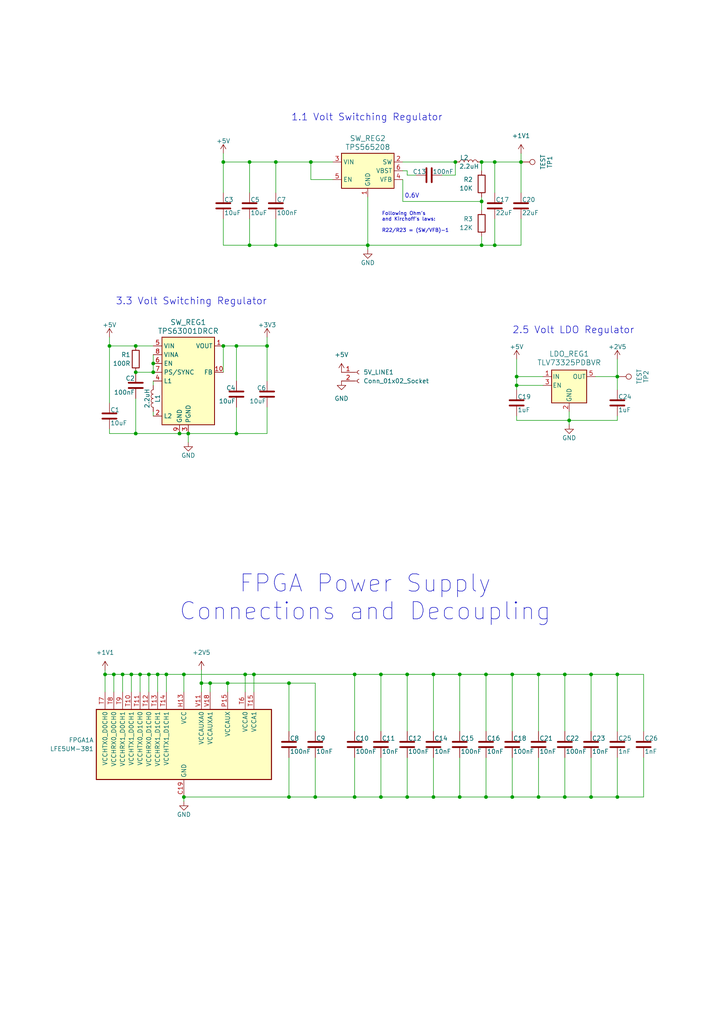
<source format=kicad_sch>
(kicad_sch (version 20231120) (generator "eeschema") (generator_version "8.0")
  (paper "A4" portrait)
  (junction (at 118.11 231.14))
  (junction (at 125.73 231.14))
  (junction (at 148.59 231.14))
  (junction (at 44.45 107.95))
  (junction (at 64.77 46.99))
  (junction (at 80.01 71.12))
  (junction (at 30.48 195.58))
  (junction (at 43.18 195.58))
  (junction (at 140.97 231.14))
  (junction (at 73.66 195.58))
  (junction (at 83.82 198.12))
  (junction (at 179.07 195.58))
  (junction (at 125.73 195.58))
  (junction (at 39.37 125.73))
  (junction (at 72.39 46.99))
  (junction (at 68.58 100.33))
  (junction (at 77.47 100.33))
  (junction (at 110.49 195.58))
  (junction (at 90.17 46.99))
  (junction (at 118.11 195.58))
  (junction (at 68.58 125.73))
  (junction (at 139.7 71.12))
  (junction (at 163.83 195.58))
  (junction (at 38.1 195.58))
  (junction (at 143.51 46.99))
  (junction (at 60.96 198.12))
  (junction (at 35.56 195.58))
  (junction (at 102.87 231.14))
  (junction (at 72.39 71.12))
  (junction (at 110.49 231.14))
  (junction (at 156.21 231.14))
  (junction (at 45.72 195.58))
  (junction (at 44.45 105.41))
  (junction (at 149.86 111.76))
  (junction (at 39.37 100.33))
  (junction (at 53.34 231.14))
  (junction (at 31.75 100.33))
  (junction (at 148.59 195.58))
  (junction (at 139.7 46.99))
  (junction (at 40.64 195.58))
  (junction (at 132.08 46.99))
  (junction (at 156.21 195.58))
  (junction (at 54.61 125.73))
  (junction (at 52.07 125.73))
  (junction (at 171.45 231.14))
  (junction (at 71.12 195.58))
  (junction (at 165.1 121.92))
  (junction (at 102.87 195.58))
  (junction (at 91.44 231.14))
  (junction (at 33.02 195.58))
  (junction (at 83.82 231.14))
  (junction (at 64.77 100.33))
  (junction (at 58.42 198.12))
  (junction (at 48.26 195.58))
  (junction (at 179.07 109.22))
  (junction (at 163.83 231.14))
  (junction (at 66.04 198.12))
  (junction (at 53.34 195.58))
  (junction (at 80.01 46.99))
  (junction (at 143.51 71.12))
  (junction (at 106.68 71.12))
  (junction (at 179.07 231.14))
  (junction (at 139.7 58.42))
  (junction (at 151.13 46.99))
  (junction (at 149.86 109.22))
  (junction (at 133.35 195.58))
  (junction (at 39.37 107.95))
  (junction (at 140.97 195.58))
  (junction (at 171.45 195.58))
  (junction (at 133.35 231.14))
  (wire (pts (xy 68.58 125.73) (xy 77.47 125.73)))
  (wire (pts (xy 66.04 198.12) (xy 60.96 198.12)))
  (wire (pts (xy 33.02 195.58) (xy 35.56 195.58)))
  (wire (pts (xy 171.45 219.71) (xy 171.45 231.14)))
  (wire (pts (xy 90.17 52.07) (xy 96.52 52.07)))
  (wire (pts (xy 171.45 195.58) (xy 179.07 195.58)))
  (wire (pts (xy 128.27 50.8) (xy 132.08 50.8)))
  (wire (pts (xy 66.04 198.12) (xy 83.82 198.12)))
  (wire (pts (xy 118.11 231.14) (xy 125.73 231.14)))
  (wire (pts (xy 72.39 46.99) (xy 72.39 55.88)))
  (wire (pts (xy 77.47 97.79) (xy 77.47 100.33)))
  (wire (pts (xy 139.7 68.58) (xy 139.7 71.12)))
  (wire (pts (xy 110.49 195.58) (xy 118.11 195.58)))
  (wire (pts (xy 140.97 231.14) (xy 148.59 231.14)))
  (wire (pts (xy 118.11 219.71) (xy 118.11 231.14)))
  (wire (pts (xy 68.58 100.33) (xy 68.58 110.49)))
  (wire (pts (xy 71.12 195.58) (xy 71.12 200.66)))
  (wire (pts (xy 48.26 195.58) (xy 48.26 200.66)))
  (wire (pts (xy 148.59 231.14) (xy 156.21 231.14)))
  (wire (pts (xy 102.87 195.58) (xy 110.49 195.58)))
  (wire (pts (xy 151.13 71.12) (xy 143.51 71.12)))
  (wire (pts (xy 102.87 231.14) (xy 110.49 231.14)))
  (wire (pts (xy 133.35 195.58) (xy 140.97 195.58)))
  (wire (pts (xy 68.58 118.11) (xy 68.58 125.73)))
  (wire (pts (xy 143.51 46.99) (xy 143.51 55.88)))
  (wire (pts (xy 44.45 105.41) (xy 44.45 107.95)))
  (wire (pts (xy 106.68 57.15) (xy 106.68 71.12)))
  (wire (pts (xy 116.84 46.99) (xy 132.08 46.99)))
  (wire (pts (xy 38.1 195.58) (xy 38.1 200.66)))
  (wire (pts (xy 80.01 63.5) (xy 80.01 71.12)))
  (wire (pts (xy 156.21 231.14) (xy 163.83 231.14)))
  (wire (pts (xy 165.1 121.92) (xy 179.07 121.92)))
  (wire (pts (xy 106.68 71.12) (xy 139.7 71.12)))
  (wire (pts (xy 151.13 63.5) (xy 151.13 71.12)))
  (wire (pts (xy 133.35 195.58) (xy 133.35 212.09)))
  (wire (pts (xy 186.69 212.09) (xy 186.69 195.58)))
  (wire (pts (xy 163.83 219.71) (xy 163.83 231.14)))
  (wire (pts (xy 102.87 195.58) (xy 102.87 212.09)))
  (wire (pts (xy 139.7 46.99) (xy 139.7 49.53)))
  (wire (pts (xy 83.82 219.71) (xy 83.82 231.14)))
  (wire (pts (xy 64.77 46.99) (xy 64.77 55.88)))
  (wire (pts (xy 64.77 100.33) (xy 64.77 107.95)))
  (wire (pts (xy 151.13 46.99) (xy 151.13 55.88)))
  (wire (pts (xy 139.7 58.42) (xy 139.7 60.96)))
  (wire (pts (xy 163.83 195.58) (xy 163.83 212.09)))
  (wire (pts (xy 140.97 195.58) (xy 148.59 195.58)))
  (wire (pts (xy 148.59 195.58) (xy 156.21 195.58)))
  (wire (pts (xy 77.47 100.33) (xy 77.47 110.49)))
  (wire (pts (xy 30.48 194.31) (xy 30.48 195.58)))
  (wire (pts (xy 156.21 195.58) (xy 163.83 195.58)))
  (wire (pts (xy 171.45 231.14) (xy 179.07 231.14)))
  (wire (pts (xy 44.45 119.38) (xy 44.45 120.65)))
  (wire (pts (xy 45.72 195.58) (xy 48.26 195.58)))
  (wire (pts (xy 179.07 219.71) (xy 179.07 231.14)))
  (wire (pts (xy 186.69 231.14) (xy 186.69 219.71)))
  (wire (pts (xy 125.73 231.14) (xy 133.35 231.14)))
  (wire (pts (xy 31.75 100.33) (xy 31.75 116.84)))
  (wire (pts (xy 52.07 125.73) (xy 54.61 125.73)))
  (wire (pts (xy 102.87 219.71) (xy 102.87 231.14)))
  (wire (pts (xy 149.86 121.92) (xy 165.1 121.92)))
  (wire (pts (xy 83.82 198.12) (xy 91.44 198.12)))
  (wire (pts (xy 53.34 200.66) (xy 53.34 195.58)))
  (wire (pts (xy 44.45 102.87) (xy 44.45 105.41)))
  (wire (pts (xy 31.75 97.79) (xy 31.75 100.33)))
  (wire (pts (xy 172.72 109.22) (xy 179.07 109.22)))
  (wire (pts (xy 110.49 231.14) (xy 118.11 231.14)))
  (wire (pts (xy 118.11 49.53) (xy 116.84 49.53)))
  (wire (pts (xy 132.08 50.8) (xy 132.08 46.99)))
  (wire (pts (xy 39.37 125.73) (xy 52.07 125.73)))
  (wire (pts (xy 44.45 111.76) (xy 44.45 110.49)))
  (wire (pts (xy 140.97 219.71) (xy 140.97 231.14)))
  (wire (pts (xy 39.37 100.33) (xy 44.45 100.33)))
  (wire (pts (xy 64.77 63.5) (xy 64.77 71.12)))
  (wire (pts (xy 39.37 107.95) (xy 44.45 107.95)))
  (wire (pts (xy 72.39 63.5) (xy 72.39 71.12)))
  (wire (pts (xy 125.73 195.58) (xy 133.35 195.58)))
  (wire (pts (xy 143.51 63.5) (xy 143.51 71.12)))
  (wire (pts (xy 179.07 109.22) (xy 179.07 113.03)))
  (wire (pts (xy 40.64 195.58) (xy 43.18 195.58)))
  (wire (pts (xy 43.18 195.58) (xy 45.72 195.58)))
  (wire (pts (xy 39.37 115.57) (xy 39.37 125.73)))
  (wire (pts (xy 31.75 125.73) (xy 39.37 125.73)))
  (wire (pts (xy 31.75 100.33) (xy 39.37 100.33)))
  (wire (pts (xy 64.77 71.12) (xy 72.39 71.12)))
  (wire (pts (xy 58.42 198.12) (xy 58.42 200.66)))
  (wire (pts (xy 116.84 58.42) (xy 139.7 58.42)))
  (wire (pts (xy 91.44 231.14) (xy 102.87 231.14)))
  (wire (pts (xy 110.49 195.58) (xy 110.49 212.09)))
  (wire (pts (xy 91.44 219.71) (xy 91.44 231.14)))
  (wire (pts (xy 66.04 200.66) (xy 66.04 198.12)))
  (wire (pts (xy 30.48 195.58) (xy 33.02 195.58)))
  (wire (pts (xy 83.82 198.12) (xy 83.82 212.09)))
  (wire (pts (xy 83.82 231.14) (xy 91.44 231.14)))
  (wire (pts (xy 139.7 57.15) (xy 139.7 58.42)))
  (wire (pts (xy 53.34 232.41) (xy 53.34 231.14)))
  (wire (pts (xy 35.56 195.58) (xy 35.56 200.66)))
  (wire (pts (xy 133.35 219.71) (xy 133.35 231.14)))
  (wire (pts (xy 118.11 50.8) (xy 118.11 49.53)))
  (wire (pts (xy 149.86 109.22) (xy 149.86 111.76)))
  (wire (pts (xy 73.66 195.58) (xy 102.87 195.58)))
  (wire (pts (xy 179.07 231.14) (xy 186.69 231.14)))
  (wire (pts (xy 90.17 46.99) (xy 96.52 46.99)))
  (wire (pts (xy 71.12 195.58) (xy 73.66 195.58)))
  (wire (pts (xy 60.96 198.12) (xy 58.42 198.12)))
  (wire (pts (xy 118.11 50.8) (xy 120.65 50.8)))
  (wire (pts (xy 118.11 195.58) (xy 125.73 195.58)))
  (wire (pts (xy 125.73 195.58) (xy 125.73 212.09)))
  (wire (pts (xy 54.61 125.73) (xy 54.61 128.27)))
  (wire (pts (xy 148.59 219.71) (xy 148.59 231.14)))
  (wire (pts (xy 80.01 46.99) (xy 80.01 55.88)))
  (wire (pts (xy 58.42 194.31) (xy 58.42 198.12)))
  (wire (pts (xy 72.39 46.99) (xy 80.01 46.99)))
  (wire (pts (xy 48.26 195.58) (xy 53.34 195.58)))
  (wire (pts (xy 35.56 195.58) (xy 38.1 195.58)))
  (wire (pts (xy 149.86 120.65) (xy 149.86 121.92)))
  (wire (pts (xy 179.07 195.58) (xy 179.07 212.09)))
  (wire (pts (xy 110.49 219.71) (xy 110.49 231.14)))
  (wire (pts (xy 179.07 104.14) (xy 179.07 109.22)))
  (wire (pts (xy 53.34 231.14) (xy 83.82 231.14)))
  (wire (pts (xy 139.7 71.12) (xy 143.51 71.12)))
  (wire (pts (xy 149.86 109.22) (xy 157.48 109.22)))
  (wire (pts (xy 156.21 195.58) (xy 156.21 212.09)))
  (wire (pts (xy 33.02 195.58) (xy 33.02 200.66)))
  (wire (pts (xy 90.17 46.99) (xy 90.17 52.07)))
  (wire (pts (xy 64.77 44.45) (xy 64.77 46.99)))
  (wire (pts (xy 149.86 104.14) (xy 149.86 109.22)))
  (wire (pts (xy 77.47 125.73) (xy 77.47 118.11)))
  (wire (pts (xy 45.72 195.58) (xy 45.72 200.66)))
  (wire (pts (xy 151.13 44.45) (xy 151.13 46.99)))
  (wire (pts (xy 64.77 100.33) (xy 68.58 100.33)))
  (wire (pts (xy 38.1 195.58) (xy 40.64 195.58)))
  (wire (pts (xy 149.86 111.76) (xy 149.86 113.03)))
  (wire (pts (xy 151.13 46.99) (xy 143.51 46.99)))
  (wire (pts (xy 171.45 195.58) (xy 171.45 212.09)))
  (wire (pts (xy 68.58 100.33) (xy 77.47 100.33)))
  (wire (pts (xy 148.59 212.09) (xy 148.59 195.58)))
  (wire (pts (xy 179.07 195.58) (xy 186.69 195.58)))
  (wire (pts (xy 73.66 195.58) (xy 73.66 200.66)))
  (wire (pts (xy 165.1 119.38) (xy 165.1 121.92)))
  (wire (pts (xy 60.96 198.12) (xy 60.96 200.66)))
  (wire (pts (xy 64.77 46.99) (xy 72.39 46.99)))
  (wire (pts (xy 43.18 200.66) (xy 43.18 195.58)))
  (wire (pts (xy 53.34 195.58) (xy 71.12 195.58)))
  (wire (pts (xy 91.44 198.12) (xy 91.44 212.09)))
  (wire (pts (xy 163.83 231.14) (xy 171.45 231.14)))
  (wire (pts (xy 140.97 195.58) (xy 140.97 212.09)))
  (wire (pts (xy 118.11 195.58) (xy 118.11 212.09)))
  (wire (pts (xy 80.01 71.12) (xy 106.68 71.12)))
  (wire (pts (xy 163.83 195.58) (xy 171.45 195.58)))
  (wire (pts (xy 156.21 219.71) (xy 156.21 231.14)))
  (wire (pts (xy 179.07 120.65) (xy 179.07 121.92)))
  (wire (pts (xy 165.1 121.92) (xy 165.1 123.19)))
  (wire (pts (xy 125.73 219.71) (xy 125.73 231.14)))
  (wire (pts (xy 106.68 71.12) (xy 106.68 72.39)))
  (wire (pts (xy 30.48 200.66) (xy 30.48 195.58)))
  (wire (pts (xy 139.7 46.99) (xy 143.51 46.99)))
  (wire (pts (xy 72.39 71.12) (xy 80.01 71.12)))
  (wire (pts (xy 149.86 111.76) (xy 157.48 111.76)))
  (wire (pts (xy 116.84 58.42) (xy 116.84 52.07)))
  (wire (pts (xy 40.64 195.58) (xy 40.64 200.66)))
  (wire (pts (xy 80.01 46.99) (xy 90.17 46.99)))
  (wire (pts (xy 54.61 125.73) (xy 68.58 125.73)))
  (wire (pts (xy 133.35 231.14) (xy 140.97 231.14)))
  (wire (pts (xy 31.75 124.46) (xy 31.75 125.73)))
  (text "1.1 Volt Switching Regulator" (at 106.426 35.306 0) (effects (font (size 2.0066 2.0066)) (justify bottom)))
  (text "FPGA Power Supply\nConnections and Decoupling" (at 105.918 180.34 0) (effects (font (size 5.0038 5.0038)) (justify bottom)))
  (text "2.5 Volt LDO Regulator" (at 148.59 97.028 0) (effects (font (size 2.0066 2.0066)) (justify left bottom)))
  (text "Following Ohm's\nand Kirchoff's laws:\n\nR22/R23 = (SW/VFB)-1" (at 110.744 64.516 0) (effects (font (size 1.016 1.016)) (justify left)))
  (text "0.6V" (at 117.348 56.896 0) (effects (font (size 1.27 1.27)) (justify left)))
  (text "3.3 Volt Switching Regulator" (at 33.528 88.646 0) (effects (font (size 2.0066 2.0066)) (justify left bottom)))
  (symbol (lib_id "Device:C") (at 171.45 215.9 0) (unit 1)
    (property "Reference" "C23" (at 171.704 214.122 0) (effects (justify left)))
    (property "Value" "10nF" (at 171.704 217.932 0) (effects (justify left)))
    (property "Footprint" "Capacitor_SMD:C_0402_1005Metric" (effects (hide yes)))
    (property "JLC" "0402" (effects (hide yes)))
    (property "LCSC" "C15195" (effects (hide yes)))
  )
  (symbol (lib_id "Device:C") (at 148.59 215.9 0) (unit 1)
    (property "Reference" "C18" (at 148.844 214.122 0) (effects (justify left)))
    (property "Value" "100nF" (at 148.844 217.932 0) (effects (justify left)))
    (property "Footprint" "Capacitor_SMD:C_0402_1005Metric" (effects (hide yes)))
    (property "JLC" "0402" (effects (hide yes)))
    (property "LCSC" "C1525" (effects (hide yes)))
  )
  (symbol (lib_id "Device:C") (at 72.39 59.69 0) (unit 1)
    (property "Reference" "C5" (at 72.644 57.912 0) (effects (justify left)))
    (property "Value" "10uF" (at 72.644 61.722 0) (effects (justify left)))
    (property "Footprint" "Capacitor_SMD:C_0603_1608Metric" (effects (hide yes)))
    (property "JLC" "0603" (effects (hide yes)))
    (property "LCSC" "C19702" (effects (hide yes)))
  )
  (symbol (lib_id "Device:C") (at 149.86 116.84 0) (unit 1)
    (property "Reference" "C19" (at 150.114 115.062 0) (effects (justify left)))
    (property "Value" "1uF" (at 150.114 118.872 0) (effects (justify left)))
    (property "Footprint" "Capacitor_SMD:C_0402_1005Metric" (effects (hide yes)))
    (property "JLC" "0402" (effects (hide yes)))
    (property "LCSC" "C52923" (effects (hide yes)))
  )
  (symbol (lib_id "Device:R") (at 139.7 64.77 0) (mirror y) (unit 1)
    (property "Reference" "R3" (at 137.16 63.4999 0) (effects (justify left)))
    (property "Value" "12K" (at 137.16 66.0399 0) (effects (justify left)))
    (property "Footprint" "Resistor_SMD:R_0402_1005Metric" (effects (hide yes)))
    (property "Description" "Resistor" (effects (hide yes)))
    (property "JLC" "0402" (effects (hide yes)))
    (property "LCSC" "C25752" (effects (hide yes)))
  )
  (symbol (lib_id "Device:C") (at 39.37 111.76 0) (mirror x) (unit 1)
    (property "Reference" "C2" (at 39.116 109.728 0) (effects (justify right)))
    (property "Value" "100nF" (at 39.116 113.792 0) (effects (justify right)))
    (property "Footprint" "Capacitor_SMD:C_0402_1005Metric" (effects (hide yes)))
    (property "Description" "Unpolarized capacitor" (effects (hide yes)))
    (property "JLC" "0402" (effects (hide yes)))
    (property "LCSC" "C1525" (effects (hide yes)))
  )
  (symbol (lib_id "Device:R") (at 139.7 53.34 0) (unit 1)
    (property "Reference" "R2" (at 137.16 52.0699 0) (effects (justify right)))
    (property "Value" "10K" (at 137.16 54.6099 0) (effects (justify right)))
    (property "Footprint" "Resistor_SMD:R_0402_1005Metric" (effects (hide yes)))
    (property "Description" "Resistor" (effects (hide yes)))
    (property "JLC" "0402" (effects (hide yes)))
    (property "LCSC" "C25744" (effects (hide yes)))
  )
  (symbol (lib_id "Device:C") (at 125.73 215.9 0) (unit 1)
    (property "Reference" "C14" (at 125.984 214.122 0) (effects (justify left)))
    (property "Value" "10nF" (at 125.984 217.932 0) (effects (justify left)))
    (property "Footprint" "Capacitor_SMD:C_0402_1005Metric" (effects (hide yes)))
    (property "JLC" "0402" (effects (hide yes)))
    (property "LCSC" "C15195" (effects (hide yes)))
  )
  (symbol (lib_id "Device:C") (at 186.69 215.9 0) (unit 1)
    (property "Reference" "C26" (at 186.944 214.122 0) (effects (justify left)))
    (property "Value" "1nF" (at 186.944 217.932 0) (effects (justify left)))
    (property "Footprint" "Capacitor_SMD:C_0402_1005Metric" (effects (hide yes)))
    (property "JLC" "0402" (effects (hide yes)))
    (property "LCSC" "C1523" (effects (hide yes)))
  )
  (symbol (lib_id "power:+5V") (at 64.77 44.45 0) (unit 1)
    (property "Reference" "#PWR06" (effects (hide yes)))
    (property "Value" "+5V" (at 64.77 40.894 0))
  )
  (symbol (lib_id "Connector:TestPoint") (at 151.13 46.99 270) (unit 1)
    (property "Reference" "TP1" (at 158.75 46.99 0) (effects (justify bottom)))
    (property "Value" "TEST" (at 157.48 46.99 0))
    (property "Footprint" "TestPoint:TestPoint_Pad_D1.0mm" (effects (hide yes)))
    (property "Description" "test point" (effects (hide yes)))
  )
  (symbol (lib_id "Device:C") (at 179.07 116.84 0) (unit 1)
    (property "Reference" "C24" (at 179.324 115.062 0) (effects (justify left)))
    (property "Value" "1uF" (at 179.324 118.872 0) (effects (justify left)))
    (property "Footprint" "Capacitor_SMD:C_0402_1005Metric" (effects (hide yes)))
    (property "JLC" "0402" (effects (hide yes)))
    (property "LCSC" "C52923" (effects (hide yes)))
  )
  (symbol (lib_id "Device:R") (at 39.37 104.14 0) (mirror y) (unit 1)
    (property "Reference" "R1" (at 37.846 102.87 0) (effects (justify left)))
    (property "Value" "100R" (at 37.846 105.41 0) (effects (justify left)))
    (property "Footprint" "Resistor_SMD:R_0402_1005Metric" (effects (hide yes)))
    (property "Description" "Resistor" (effects (hide yes)))
    (property "JLC" "0402" (effects (hide yes)))
    (property "LCSC" "C25076" (effects (hide yes)))
  )
  (symbol (lib_id "power:+3V3") (at 77.47 97.79 0) (unit 1)
    (property "Reference" "#PWR07" (effects (hide yes)))
    (property "Value" "+3V3" (at 77.47 94.234 0))
  )
  (symbol (lib_id "Device:C") (at 163.83 215.9 0) (unit 1)
    (property "Reference" "C22" (at 164.084 214.122 0) (effects (justify left)))
    (property "Value" "100nF" (at 164.084 217.932 0) (effects (justify left)))
    (property "Footprint" "Capacitor_SMD:C_0402_1005Metric" (effects (hide yes)))
    (property "JLC" "0402" (effects (hide yes)))
    (property "LCSC" "C1525" (effects (hide yes)))
  )
  (symbol (lib_id "Device:C") (at 64.77 59.69 0) (unit 1)
    (property "Reference" "C3" (at 65.024 57.912 0) (effects (justify left)))
    (property "Value" "10uF" (at 65.024 61.722 0) (effects (justify left)))
    (property "Footprint" "Capacitor_SMD:C_0603_1608Metric" (effects (hide yes)))
    (property "JLC" "0603" (effects (hide yes)))
    (property "LCSC" "C19702" (effects (hide yes)))
  )
  (symbol (lib_id "Device:C") (at 91.44 215.9 0) (unit 1)
    (property "Reference" "C9" (at 91.694 214.122 0) (effects (justify left)))
    (property "Value" "10nF" (at 91.694 217.932 0) (effects (justify left)))
    (property "Footprint" "Capacitor_SMD:C_0402_1005Metric" (effects (hide yes)))
    (property "JLC" "0402" (effects (hide yes)))
    (property "LCSC" "C15195" (effects (hide yes)))
  )
  (symbol (lib_id "Device:C") (at 151.13 59.69 0) (unit 1)
    (property "Reference" "C20" (at 151.384 57.912 0) (effects (justify left)))
    (property "Value" "22uF" (at 151.384 61.722 0) (effects (justify left)))
    (property "Footprint" "Capacitor_SMD:C_0603_1608Metric" (effects (hide yes)))
    (property "JLC" "0603" (effects (hide yes)))
    (property "LCSC" "C59461" (effects (hide yes)))
  )
  (symbol (lib_id "Device:C") (at 179.07 215.9 0) (unit 1)
    (property "Reference" "C25" (at 179.324 214.122 0) (effects (justify left)))
    (property "Value" "1nF" (at 179.324 217.932 0) (effects (justify left)))
    (property "Footprint" "Capacitor_SMD:C_0402_1005Metric" (effects (hide yes)))
    (property "JLC" "0402" (effects (hide yes)))
    (property "LCSC" "C1523" (effects (hide yes)))
  )
  (symbol (lib_id "Connector:Conn_01x02_Socket") (at 104.14 107.95 0) (unit 1)
    (property "Reference" "5V_LINE1" (at 105.41 107.9499 0) (effects (justify left)))
    (property "Value" "Conn_01x02_Socket" (at 105.41 110.4899 0) (effects (justify left)))
    (property "Footprint" "Connector_PinSocket_2.54mm:PinSocket_1x02_P2.54mm_Vertical" (effects (hide yes)))
    (property "Description" "Generic connector, single row, 01x02, script generated" (effects (hide yes)))
    (property "JLC" "Plugin,P=2.54mm " (effects (hide yes)))
    (property "LCSC" "C49661" (effects (hide yes)))
  )
  (symbol (lib_id "Device:C") (at 143.51 59.69 0) (unit 1)
    (property "Reference" "C17" (at 143.764 57.912 0) (effects (justify left)))
    (property "Value" "22uF" (at 143.764 61.722 0) (effects (justify left)))
    (property "Footprint" "Capacitor_SMD:C_0603_1608Metric" (effects (hide yes)))
    (property "JLC" "0603" (effects (hide yes)))
    (property "LCSC" "C59461" (effects (hide yes)))
  )
  (symbol (lib_id "Device:C") (at 80.01 59.69 0) (unit 1)
    (property "Reference" "C7" (at 80.264 57.912 0) (effects (justify left)))
    (property "Value" "100nF" (at 80.264 61.722 0) (effects (justify left)))
    (property "Footprint" "Capacitor_SMD:C_0402_1005Metric" (effects (hide yes)))
    (property "JLC" "0402" (effects (hide yes)))
    (property "LCSC" "C1525" (effects (hide yes)))
  )
  (symbol (lib_id "Device:C") (at 83.82 215.9 0) (unit 1)
    (property "Reference" "C8" (at 84.074 214.122 0) (effects (justify left)))
    (property "Value" "100nF" (at 84.074 217.932 0) (effects (justify left)))
    (property "Footprint" "Capacitor_SMD:C_0402_1005Metric" (effects (hide yes)))
    (property "JLC" "0402" (effects (hide yes)))
    (property "LCSC" "C1525" (effects (hide yes)))
  )
  (symbol (lib_id "power:+5V") (at 31.75 97.79 0) (unit 1)
    (property "Reference" "#PWR02" (effects (hide yes)))
    (property "Value" "+5V" (at 31.75 94.234 0))
  )
  (symbol (lib_id "Device:C") (at 118.11 215.9 0) (unit 1)
    (property "Reference" "C12" (at 118.364 214.122 0) (effects (justify left)))
    (property "Value" "100nF" (at 118.364 217.932 0) (effects (justify left)))
    (property "Footprint" "Capacitor_SMD:C_0402_1005Metric" (effects (hide yes)))
    (property "JLC" "0402" (effects (hide yes)))
    (property "LCSC" "C1525" (effects (hide yes)))
  )
  (symbol (lib_id "power:+5V") (at 99.06 107.95 0) (unit 1)
    (property "Reference" "#PWR08" (effects (hide yes)))
    (property "Value" "+5V" (at 99.06 102.87 0))
    (property "Description" "Power symbol creates a global label with name \"+5V\"" (effects (hide yes)))
  )
  (symbol (lib_id "power:+5V") (at 149.86 104.14 0) (unit 1)
    (property "Reference" "#PWR011" (effects (hide yes)))
    (property "Value" "+5V" (at 149.86 100.584 0))
  )
  (symbol (lib_id "power:+2V5") (at 58.42 194.31 0) (unit 1)
    (property "Reference" "#PWR05" (effects (hide yes)))
    (property "Value" "+2V5" (at 58.42 189.23 0))
    (property "Description" "Power symbol creates a global label with name \"+2V5\"" (effects (hide yes)))
  )
  (symbol (lib_id "Device:C") (at 110.49 215.9 0) (unit 1)
    (property "Reference" "C11" (at 110.744 214.122 0) (effects (justify left)))
    (property "Value" "10nF" (at 110.744 217.932 0) (effects (justify left)))
    (property "Footprint" "Capacitor_SMD:C_0402_1005Metric" (effects (hide yes)))
    (property "JLC" "0402" (effects (hide yes)))
    (property "LCSC" "C15195" (effects (hide yes)))
  )
  (symbol (lib_id "Device:C") (at 140.97 215.9 0) (unit 1)
    (property "Reference" "C16" (at 141.224 214.122 0) (effects (justify left)))
    (property "Value" "10nF" (at 141.224 217.932 0) (effects (justify left)))
    (property "Footprint" "Capacitor_SMD:C_0402_1005Metric" (effects (hide yes)))
    (property "JLC" "0402" (effects (hide yes)))
    (property "LCSC" "C15195" (effects (hide yes)))
  )
  (symbol (lib_id "Device:C") (at 77.47 114.3 0) (mirror y) (unit 1)
    (property "Reference" "C6" (at 77.216 112.522 0) (effects (justify left)))
    (property "Value" "10uF" (at 77.216 116.332 0) (effects (justify left)))
    (property "Footprint" "Capacitor_SMD:C_0603_1608Metric" (effects (hide yes)))
    (property "JLC" "0603" (effects (hide yes)))
    (property "LCSC" "C19702" (effects (hide yes)))
  )
  (symbol (lib_id "Device:C") (at 102.87 215.9 0) (unit 1)
    (property "Reference" "C10" (at 103.124 214.122 0) (effects (justify left)))
    (property "Value" "100nF" (at 103.124 217.932 0) (effects (justify left)))
    (property "Footprint" "Capacitor_SMD:C_0402_1005Metric" (effects (hide yes)))
    (property "JLC" "0402" (effects (hide yes)))
    (property "LCSC" "C1525" (effects (hide yes)))
  )
  (symbol (lib_id "FPGA_Lattice:LFE5UM-85F-6BG381x") (at 53.34 215.9 0) (unit 1)
    (property "Reference" "FPGA1" (at 27.178 214.63 0) (effects (justify right)))
    (property "Value" "LFE5UM-381" (at 27.178 217.17 0) (effects (justify right)))
    (property "Footprint" "Package_BGA:Lattice_caBGA-381_17.0x17.0mm_Layout20x20_P0.8mm_Ball0.4mm_Pad0.4mm_NSMD" (effects (hide yes)))
    (property "Datasheet" "https://www.latticesemi.com/view_document?document_id=50461" (effects (hide yes)))
    (property "Description" "ECP5 FPGA, 84K LUTs, 1.2V, 3.2Gbps SERDES, BGA-381" (effects (hide yes)))
  )
  (symbol (lib_id "Device:L") (at 135.89 46.99 90) (unit 1)
    (property "Reference" "L2" (at 135.89 45.72 90) (effects (justify left)))
    (property "Value" "2.2uH" (at 138.938 48.26 90) (effects (justify left)))
    (property "Footprint" "Inductor_SMD:L_0805_2012Metric" (effects (hide yes)))
    (property "JLC" "0805" (effects (hide yes)))
    (property "LCSC" "C2049745" (effects (hide yes)))
  )
  (symbol (lib_id "power:GND") (at 99.06 110.49 0) (unit 1)
    (property "Reference" "#PWR09" (effects (hide yes)))
    (property "Value" "GND" (at 99.06 115.57 0))
    (property "Description" "Power symbol creates a global label with name \"GND\" , ground" (effects (hide yes)))
  )
  (symbol (lib_id "Regulator_Linear:TLV73325PDBV") (at 165.1 111.76 0) (unit 1)
    (property "Reference" "LDO_REG1" (at 165.1 102.616 0) (effects (font (size 1.524 1.524))))
    (property "Value" "TLV73325PDBVR" (at 165.1 105.156 0) (effects (font (size 1.524 1.524))))
    (property "Footprint" "Package_TO_SOT_SMD:SOT-23-5" (effects (hide yes)))
    (property "Datasheet" "http://www.ti.com/lit/ds/symlink/tlv733p.pdf" (effects (hide yes)))
    (property "Description" "300mA Capacitor-Free Low Dropout Voltage Regulator, Fixed Output 2.5V, SOT-23-5" (effects (hide yes)))
    (property "JLC" "SOT-23-5 " (effects (hide yes)))
    (property "LCSC" "C882825" (effects (hide yes)))
  )
  (symbol (lib_id "power:GND") (at 54.61 128.27 0) (unit 1)
    (property "Reference" "#PWR04" (effects (hide yes)))
    (property "Value" "GND" (at 54.61 132.08 0))
  )
  (symbol (lib_id "power:GND") (at 165.1 123.19 0) (unit 1)
    (property "Reference" "#PWR013" (effects (hide yes)))
    (property "Value" "GND" (at 165.1 127 0))
  )
  (symbol (lib_id "Device:C") (at 31.75 120.65 0) (unit 1)
    (property "Reference" "C1" (at 32.004 118.872 0) (effects (justify left)))
    (property "Value" "10uF" (at 32.004 122.682 0) (effects (justify left)))
    (property "Footprint" "Capacitor_SMD:C_0603_1608Metric" (effects (hide yes)))
    (property "JLC" "0603" (effects (hide yes)))
    (property "LCSC" "C19702" (effects (hide yes)))
  )
  (symbol (lib_id "Connector:TestPoint") (at 179.07 109.22 270) (unit 1)
    (property "Reference" "TP2" (at 186.69 109.22 0) (effects (justify bottom)))
    (property "Value" "TEST" (at 185.42 109.22 0))
    (property "Footprint" "TestPoint:TestPoint_Pad_D1.0mm" (effects (hide yes)))
    (property "Description" "test point" (effects (hide yes)))
  )
  (symbol (lib_id "power:GND") (at 53.34 232.41 0) (unit 1)
    (property "Reference" "#PWR03" (effects (hide yes)))
    (property "Value" "GND" (at 53.34 236.22 0))
  )
  (symbol (lib_id "power:+1V1") (at 151.13 44.45 0) (unit 1)
    (property "Reference" "#PWR012" (effects (hide yes)))
    (property "Value" "+1V1" (at 151.13 39.37 0))
    (property "Description" "Power symbol creates a global label with name \"+1V1\"" (effects (hide yes)))
  )
  (symbol (lib_id "Regulator_Switching:TPS63001") (at 54.61 110.49 0) (unit 1)
    (property "Reference" "SW_REG1" (at 54.61 93.472 0) (effects (font (size 1.524 1.524))))
    (property "Value" "TPS63001DRCR" (at 54.61 96.012 0) (effects (font (size 1.524 1.524))))
    (property "Footprint" "Package_SON:Texas_DRC0010J_ThermalVias" (effects (hide yes)))
    (property "Datasheet" "http://www.ti.com/lit/ds/symlink/tps63000.pdf" (effects (hide yes)))
    (property "Description" "Buck-Boost Converter, 1.8-5.5V Input Voltage, 1.6A Switch Current, 3.3V Output Voltage, VSON-10" (effects (hide yes)))
    (property "JLC" "VSON-10-EP(3x3) " (effects (hide yes)))
    (property "LCSC" "C28060" (effects (hide yes)))
  )
  (symbol (lib_id "Device:C") (at 156.21 215.9 0) (unit 1)
    (property "Reference" "C21" (at 156.464 214.122 0) (effects (justify left)))
    (property "Value" "10nF" (at 156.464 217.932 0) (effects (justify left)))
    (property "Footprint" "Capacitor_SMD:C_0402_1005Metric" (effects (hide yes)))
    (property "JLC" "0402" (effects (hide yes)))
    (property "LCSC" "C15195" (effects (hide yes)))
  )
  (symbol (lib_id "Regulator_Switching:TPS565208") (at 106.68 49.53 0) (unit 1)
    (property "Reference" "SW_REG2" (at 106.68 40.132 0) (effects (font (size 1.524 1.524))))
    (property "Value" "TPS565208" (at 106.68 42.672 0) (effects (font (size 1.524 1.524))))
    (property "Footprint" "Package_TO_SOT_SMD:SOT-23-6" (effects (hide yes)))
    (property "Datasheet" "http://www.ti.com/lit/ds/symlink/tps565208.pdf" (effects (hide yes)))
    (property "Description" "5A Synchronous Step-Down Voltage Regulator, Adjustable Output Voltage, 4.5-17V Input Voltage, SOT-23-6" (effects (hide yes)))
    (property "JLC" "WLCSP-20(1.6x2) " (effects (hide yes)))
    (property "LCSC" "C603207" (effects (hide yes)))
  )
  (symbol (lib_id "Device:C") (at 124.46 50.8 90) (unit 1)
    (property "Reference" "C13" (at 121.666 49.784 90))
    (property "Value" "100nF" (at 128.524 49.784 90))
    (property "Footprint" "Capacitor_SMD:C_0402_1005Metric" (effects (hide yes)))
    (property "Description" "Unpolarized capacitor" (effects (hide yes)))
    (property "JLC" "0402" (effects (hide yes)))
    (property "LCSC" "C1525" (effects (hide yes)))
  )
  (symbol (lib_id "power:GND") (at 106.68 72.39 0) (unit 1)
    (property "Reference" "#PWR010" (effects (hide yes)))
    (property "Value" "GND" (at 106.68 76.2 0))
  )
  (symbol (lib_id "Device:C") (at 133.35 215.9 0) (unit 1)
    (property "Reference" "C15" (at 133.604 214.122 0) (effects (justify left)))
    (property "Value" "100nF" (at 133.604 217.932 0) (effects (justify left)))
    (property "Footprint" "Capacitor_SMD:C_0402_1005Metric" (effects (hide yes)))
    (property "JLC" "0402" (effects (hide yes)))
    (property "LCSC" "C1525" (effects (hide yes)))
  )
  (symbol (lib_id "power:+2V5") (at 179.07 104.14 0) (unit 1)
    (property "Reference" "#PWR014" (effects (hide yes)))
    (property "Value" "+2V5" (at 179.07 100.584 0))
  )
  (symbol (lib_id "Device:L") (at 44.45 115.57 180) (unit 1)
    (property "Reference" "L1" (at 45.72 115.57 90))
    (property "Value" "2.2uH" (at 42.672 115.57 90))
    (property "Footprint" "Inductor_SMD:L_0805_2012Metric" (effects (hide yes)))
    (property "JLC" "0805" (effects (hide yes)))
    (property "LCSC" "C2049745" (effects (hide yes)))
  )
  (symbol (lib_id "power:+1V1") (at 30.48 194.31 0) (unit 1)
    (property "Reference" "#PWR01" (effects (hide yes)))
    (property "Value" "+1V1" (at 30.48 189.23 0))
    (property "Description" "Power symbol creates a global label with name \"+1V1\"" (effects (hide yes)))
  )
  (symbol (lib_id "Device:C") (at 68.58 114.3 0) (mirror y) (unit 1)
    (property "Reference" "C4" (at 68.326 112.522 0) (effects (justify left)))
    (property "Value" "10uF" (at 68.326 116.332 0) (effects (justify left)))
    (property "Footprint" "Capacitor_SMD:C_0603_1608Metric" (effects (hide yes)))
    (property "Description" "Unpolarized capacitor" (effects (hide yes)))
    (property "JLC" "0603" (effects (hide yes)))
    (property "LCSC" "C19702" (effects (hide yes)))
  )
)
</source>
